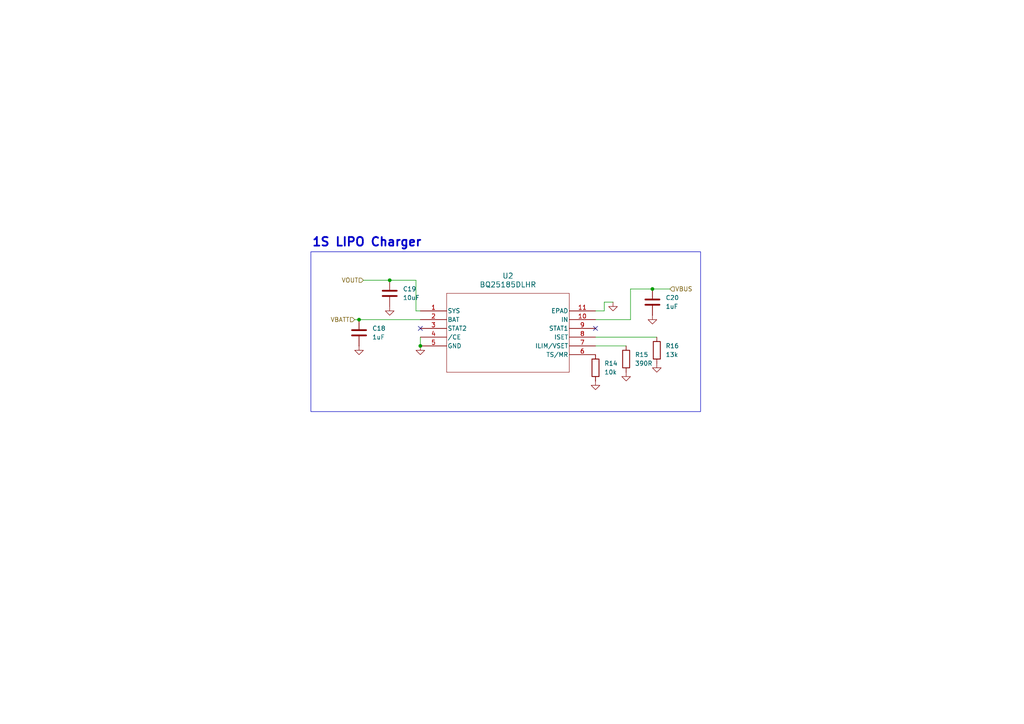
<source format=kicad_sch>
(kicad_sch (version 20250114) (generator "eeschema") (generator_version "9.0")
  (paper "A4")
  (lib_symbols
    (symbol "2025-03-14_09-48-00:BQ25185DLHR" (pin_names (offset 0.254))
      (property "Reference" "U" (at 25.4 10.16 0))
      (property "Value" "BQ25185DLHR" (at 25.4 7.62 0))
      (symbol "BQ25185DLHR_0_1"
        (polyline (pts (xy 7.62 5.08) (xy 7.62 -17.78)) (stroke (width 0.127)))
        (polyline (pts (xy 7.62 -17.78) (xy 43.18 -17.78)) (stroke (width 0.127)))
        (polyline (pts (xy 43.18 5.08) (xy 7.62 5.08)) (stroke (width 0.127)))
        (polyline (pts (xy 43.18 -17.78) (xy 43.18 5.08)) (stroke (width 0.127)))
        (pin power_in line (at 0 0 0) (length 7.62) (name "SYS") (number "1"))
        (pin power_in line (at 0 -2.54 0) (length 7.62) (name "BAT") (number "2"))
        (pin output line (at 0 -5.08 0) (length 7.62) (name "STAT2") (number "3"))
        (pin input line (at 0 -7.62 0) (length 7.62) (name "/CE") (number "4"))
        (pin power_out line (at 0 -10.16 0) (length 7.62) (name "GND") (number "5"))
        (pin unspecified line (at 50.8 0 180) (length 7.62) (name "EPAD") (number "11"))
        (pin input line (at 50.8 -2.54 180) (length 7.62) (name "IN") (number "10"))
        (pin output line (at 50.8 -5.08 180) (length 7.62) (name "STAT1") (number "9"))
        (pin bidirectional line (at 50.8 -7.62 180) (length 7.62) (name "ISET") (number "8"))
        (pin bidirectional line (at 50.8 -10.16 180) (length 7.62) (name "ILIM/VSET") (number "7"))
        (pin bidirectional line (at 50.8 -12.7 180) (length 7.62) (name "TS/MR") (number "6"))
      )
    )
    (symbol "Device:C" (pin_numbers (hide yes)) (pin_names (offset 0.254))
      (property "Reference" "C" (at 0.635 2.54 0))
      (property "Value" "C" (at 0.635 -2.54 0))
      (symbol "C_0_1"
        (polyline (pts (xy -2.032 0.762) (xy 2.032 0.762)) (stroke (width 0.508)))
        (polyline (pts (xy -2.032 -0.762) (xy 2.032 -0.762)) (stroke (width 0.508)))
      )
      (symbol "C_1_1"
        (pin passive line (at 0 3.81 270) (length 2.794) (name "~") (number "1"))
        (pin passive line (at 0 -3.81 90) (length 2.794) (name "~") (number "2"))
      )
    )
    (symbol "Device:R" (pin_numbers (hide yes)) (pin_names (offset 0))
      (property "Reference" "R" (at 2.032 0 90))
      (property "Value" "R" (at 0 0 90))
      (symbol "R_0_1"
        (rectangle (start -1.016 -2.54) (end 1.016 2.54) (stroke (width 0.254)))
      )
      (symbol "R_1_1"
        (pin passive line (at 0 3.81 270) (length 1.27) (name "~") (number "1"))
        (pin passive line (at 0 -3.81 90) (length 1.27) (name "~") (number "2"))
      )
    )
    (symbol "power:GND" (power) (pin_numbers (hide yes)) (pin_names (offset 0) (hide yes))
      (property "Value" "GND" (at 0 -3.81 0))
      (symbol "GND_0_1"
        (polyline (pts (xy 0 0) (xy 0 -1.27) (xy 1.27 -1.27) (xy 0 -2.54) (xy -1.27 -1.27) (xy 0 -1.27)))
      )
      (symbol "GND_1_1"
        (pin power_in line (at 0 0 270) (length 0) (name "~") (number "1"))
      )
    )
  )
  (rectangle (start 90.17 73.025) (end 203.2 119.38))
  (text "1S LIPO Charger\n" (at 106.426 70.358 0) (effects (font (size 2.5 2.5) (thickness 0.5) (bold yes))))
  (junction (at 113.03 81.28))
  (junction (at 189.23 83.82))
  (junction (at 104.14 92.71))
  (junction (at 121.92 100.33))
  (no_connect (at 121.92 95.25))
  (no_connect (at 172.72 95.25))
  (wire (pts (xy 175.26 87.63) (xy 177.8 87.63)))
  (wire (pts (xy 105.41 81.28) (xy 113.03 81.28)))
  (wire (pts (xy 172.72 100.33) (xy 181.61 100.33)))
  (wire (pts (xy 182.88 83.82) (xy 182.88 92.71)))
  (wire (pts (xy 121.92 97.79) (xy 121.92 100.33)))
  (wire (pts (xy 102.87 92.71) (xy 104.14 92.71)))
  (wire (pts (xy 175.26 90.17) (xy 175.26 87.63)))
  (wire (pts (xy 172.72 90.17) (xy 175.26 90.17)))
  (wire (pts (xy 189.23 83.82) (xy 182.88 83.82)))
  (wire (pts (xy 104.14 92.71) (xy 121.92 92.71)))
  (wire (pts (xy 194.31 83.82) (xy 189.23 83.82)))
  (wire (pts (xy 120.65 90.17) (xy 121.92 90.17)))
  (wire (pts (xy 172.72 97.79) (xy 190.5 97.79)))
  (wire (pts (xy 113.03 81.28) (xy 120.65 81.28)))
  (wire (pts (xy 120.65 81.28) (xy 120.65 90.17)))
  (wire (pts (xy 182.88 92.71) (xy 172.72 92.71)))
  (hierarchical_label "VOUT" (shape input) (at 105.41 81.28 180))
  (hierarchical_label "VBATT" (shape input) (at 102.87 92.71 180))
  (hierarchical_label "VBUS" (shape input) (at 194.31 83.82 0))
  (symbol (lib_id "2025-03-14_09-48-00:BQ25185DLHR") (at 121.92 90.17 0) (unit 1)
    (property "Reference" "U2" (at 147.32 80.01 0) (effects (font (size 1.524 1.524))))
    (property "Value" "BQ25185DLHR" (at 147.32 82.55 0) (effects (font (size 1.524 1.524))))
    (property "Footprint" "WSON10_DLH_TEX" (effects (hide yes)))
    (property "Datasheet" "BQ25185DLHR" (effects (hide yes)))
  )
  (symbol (lib_id "Device:R") (at 172.72 106.68 0) (unit 1)
    (property "Reference" "R14" (at 175.26 105.4099 0) (effects (justify left)))
    (property "Value" "10k" (at 175.26 107.9499 0) (effects (justify left)))
    (property "Description" "Resistor" (effects (hide yes)))
  )
  (symbol (lib_id "power:GND") (at 189.23 91.44 0) (unit 1)
    (property "Reference" "#PWR033" (effects (hide yes)))
    (property "Value" "GND" (effects (hide yes)))
    (property "Description" "Power symbol creates a global label with name \"GND\" , ground" (effects (hide yes)))
  )
  (symbol (lib_id "power:GND") (at 104.14 100.33 0) (unit 1)
    (property "Reference" "#PWR034" (effects (hide yes)))
    (property "Value" "GND" (effects (hide yes)))
    (property "Description" "Power symbol creates a global label with name \"GND\" , ground" (effects (hide yes)))
  )
  (symbol (lib_id "power:GND") (at 121.92 100.33 0) (unit 1)
    (property "Reference" "#PWR01" (effects (hide yes)))
    (property "Value" "GND" (effects (hide yes)))
    (property "Description" "Power symbol creates a global label with name \"GND\" , ground" (effects (hide yes)))
  )
  (symbol (lib_id "Device:C") (at 189.23 87.63 0) (unit 1)
    (property "Reference" "C20" (at 193.04 86.3599 0) (effects (justify left)))
    (property "Value" "1uF" (at 193.04 88.8999 0) (effects (justify left)))
    (property "Description" "Unpolarized capacitor" (effects (hide yes)))
  )
  (symbol (lib_id "power:GND") (at 177.8 87.63 0) (unit 1)
    (property "Reference" "#PWR025" (effects (hide yes)))
    (property "Value" "GND" (effects (hide yes)))
    (property "Description" "Power symbol creates a global label with name \"GND\" , ground" (effects (hide yes)))
  )
  (symbol (lib_id "Device:R") (at 181.61 104.14 0) (unit 1)
    (property "Reference" "R15" (at 184.15 102.8699 0) (effects (justify left)))
    (property "Value" "390R" (at 184.15 105.4099 0) (effects (justify left)))
    (property "Description" "Resistor" (effects (hide yes)))
  )
  (symbol (lib_id "power:GND") (at 181.61 107.95 0) (unit 1)
    (property "Reference" "#PWR030" (effects (hide yes)))
    (property "Value" "GND" (effects (hide yes)))
    (property "Description" "Power symbol creates a global label with name \"GND\" , ground" (effects (hide yes)))
  )
  (symbol (lib_id "Device:C") (at 113.03 85.09 0) (unit 1)
    (property "Reference" "C19" (at 116.84 83.8199 0) (effects (justify left)))
    (property "Value" "10uF" (at 116.84 86.3599 0) (effects (justify left)))
    (property "Description" "Unpolarized capacitor" (effects (hide yes)))
  )
  (symbol (lib_id "power:GND") (at 190.5 105.41 0) (unit 1)
    (property "Reference" "#PWR031" (effects (hide yes)))
    (property "Value" "GND" (effects (hide yes)))
    (property "Description" "Power symbol creates a global label with name \"GND\" , ground" (effects (hide yes)))
  )
  (symbol (lib_id "Device:C") (at 104.14 96.52 0) (unit 1)
    (property "Reference" "C18" (at 107.95 95.2499 0) (effects (justify left)))
    (property "Value" "1uF" (at 107.95 97.7899 0) (effects (justify left)))
    (property "Description" "Unpolarized capacitor" (effects (hide yes)))
  )
  (symbol (lib_id "power:GND") (at 172.72 110.49 0) (unit 1)
    (property "Reference" "#PWR029" (effects (hide yes)))
    (property "Value" "GND" (effects (hide yes)))
    (property "Description" "Power symbol creates a global label with name \"GND\" , ground" (effects (hide yes)))
  )
  (symbol (lib_id "Device:R") (at 190.5 101.6 0) (unit 1)
    (property "Reference" "R16" (at 193.04 100.3299 0) (effects (justify left)))
    (property "Value" "13k" (at 193.04 102.8699 0) (effects (justify left)))
    (property "Description" "Resistor" (effects (hide yes)))
  )
  (symbol (lib_id "power:GND") (at 113.03 88.9 0) (unit 1)
    (property "Reference" "#PWR032" (effects (hide yes)))
    (property "Value" "GND" (effects (hide yes)))
    (property "Description" "Power symbol creates a global label with name \"GND\" , ground" (effects (hide yes)))
  )
)
</source>
